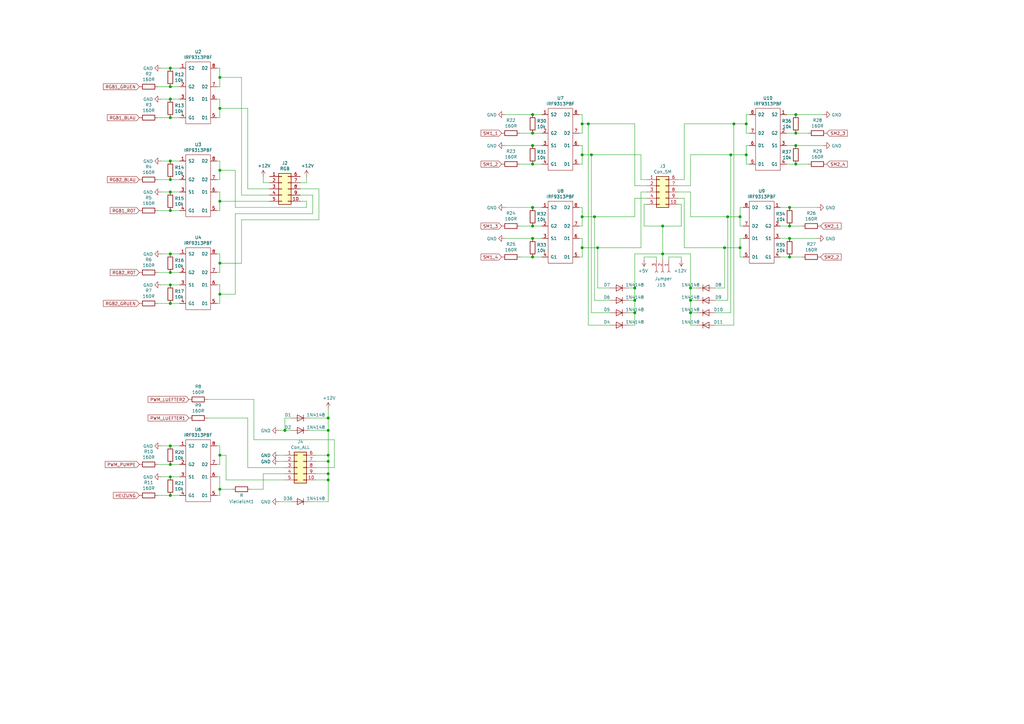
<source format=kicad_sch>
(kicad_sch (version 20210126) (generator eeschema)
  (paper "A3")
  (lib_symbols
    (symbol "SBIO3-rescue:+12V-power" (power) (pin_names (offset 0))
      (property "Value" "+12V-power" (at 0 3.556 0))
      (symbol "+12V-power_0_1"
        (polyline (pts (xy -0.762 1.27) (xy 0 2.54)))
        (polyline (pts (xy 0 0) (xy 0 2.54)))
        (polyline (pts (xy 0 2.54) (xy 0.762 1.27)))
      )
      (symbol "+12V-power_1_1"
        (pin power_in line (at 0 0 90) (length 0) hide (name "+12V") (number "1"))
      )
    )
    (symbol "SBIO3-rescue:+5V-power" (power) (pin_names (offset 0))
      (property "Value" "+5V-power" (at 0 3.556 0))
      (symbol "+5V-power_0_1"
        (polyline (pts (xy -0.762 1.27) (xy 0 2.54)))
        (polyline (pts (xy 0 0) (xy 0 2.54)))
        (polyline (pts (xy 0 2.54) (xy 0.762 1.27)))
      )
      (symbol "+5V-power_1_1"
        (pin power_in line (at 0 0 90) (length 0) hide (name "+5V") (number "1"))
      )
    )
    (symbol "SBIO3-rescue:1N4148-Diode" (pin_numbers hide) (pin_names (offset 1.016) hide)
      (property "Reference" "D" (at 0 2.54 0))
      (property "Value" "1N4148-Diode" (at 0 -2.54 0))
      (symbol "1N4148-Diode_0_1"
        (polyline (pts (xy -1.27 1.27) (xy -1.27 -1.27)) (stroke (width 0.2032)))
        (polyline (pts (xy 1.27 0) (xy -1.27 0)))
        (polyline (pts (xy 1.27 1.27) (xy 1.27 -1.27) (xy -1.27 0) (xy 1.27 1.27)) (stroke (width 0.2032)))
      )
      (symbol "1N4148-Diode_1_1"
        (pin passive line (at -3.81 0 0) (length 2.54) (name "K") (number "1"))
        (pin passive line (at 3.81 0 180) (length 2.54) (name "A") (number "2"))
      )
    )
    (symbol "SBIO3-rescue:Conn_01x03_Female-Connector" (pin_names (offset 1.016) hide)
      (property "Reference" "J" (at 0 5.08 0))
      (property "Value" "Conn_01x03_Female-Connector" (at 0 -5.08 0))
      (symbol "Conn_01x03_Female-Connector_1_1"
        (arc (start 0 -2.032) (end 0 -3.048) (radius (at 0 -2.54) (length 0.508) (angles 90.1 -90.1)) (stroke (width 0.1524)))
        (arc (start 0 0.508) (end 0 -0.508) (radius (at 0 0) (length 0.508) (angles 90.1 -90.1)) (stroke (width 0.1524)))
        (arc (start 0 3.048) (end 0 2.032) (radius (at 0 2.54) (length 0.508) (angles 90.1 -90.1)) (stroke (width 0.1524)))
        (polyline (pts (xy -1.27 -2.54) (xy -0.508 -2.54)) (stroke (width 0.1524)))
        (polyline (pts (xy -1.27 0) (xy -0.508 0)) (stroke (width 0.1524)))
        (polyline (pts (xy -1.27 2.54) (xy -0.508 2.54)) (stroke (width 0.1524)))
        (pin passive line (at -5.08 2.54 0) (length 3.81) (name "Pin_1") (number "1"))
        (pin passive line (at -5.08 0 0) (length 3.81) (name "Pin_2") (number "2"))
        (pin passive line (at -5.08 -2.54 0) (length 3.81) (name "Pin_3") (number "3"))
      )
    )
    (symbol "SBIO3-rescue:Conn_02x05_Top_Bottom-Connector_Generic" (pin_names (offset 1.016) hide)
      (property "Reference" "J" (at 1.27 7.62 0))
      (property "Value" "Conn_02x05_Top_Bottom-Connector_Generic" (at 1.27 -7.62 0))
      (symbol "Conn_02x05_Top_Bottom-Connector_Generic_1_1"
        (rectangle (start -1.27 -4.953) (end 0 -5.207) (stroke (width 0.1524)))
        (rectangle (start -1.27 -2.413) (end 0 -2.667) (stroke (width 0.1524)))
        (rectangle (start -1.27 0.127) (end 0 -0.127) (stroke (width 0.1524)))
        (rectangle (start -1.27 2.667) (end 0 2.413) (stroke (width 0.1524)))
        (rectangle (start -1.27 5.207) (end 0 4.953) (stroke (width 0.1524)))
        (rectangle (start -1.27 6.35) (end 3.81 -6.35) (stroke (width 0.254)) (fill (type background)))
        (rectangle (start 3.81 -4.953) (end 2.54 -5.207) (stroke (width 0.1524)))
        (rectangle (start 3.81 -2.413) (end 2.54 -2.667) (stroke (width 0.1524)))
        (rectangle (start 3.81 0.127) (end 2.54 -0.127) (stroke (width 0.1524)))
        (rectangle (start 3.81 2.667) (end 2.54 2.413) (stroke (width 0.1524)))
        (rectangle (start 3.81 5.207) (end 2.54 4.953) (stroke (width 0.1524)))
        (pin passive line (at -5.08 5.08 0) (length 3.81) (name "Pin_1") (number "1"))
        (pin passive line (at 7.62 -5.08 180) (length 3.81) (name "Pin_10") (number "10"))
        (pin passive line (at -5.08 2.54 0) (length 3.81) (name "Pin_2") (number "2"))
        (pin passive line (at -5.08 0 0) (length 3.81) (name "Pin_3") (number "3"))
        (pin passive line (at -5.08 -2.54 0) (length 3.81) (name "Pin_4") (number "4"))
        (pin passive line (at -5.08 -5.08 0) (length 3.81) (name "Pin_5") (number "5"))
        (pin passive line (at 7.62 5.08 180) (length 3.81) (name "Pin_6") (number "6"))
        (pin passive line (at 7.62 2.54 180) (length 3.81) (name "Pin_7") (number "7"))
        (pin passive line (at 7.62 0 180) (length 3.81) (name "Pin_8") (number "8"))
        (pin passive line (at 7.62 -2.54 180) (length 3.81) (name "Pin_9") (number "9"))
      )
    )
    (symbol "SBIO3-rescue:GND-power" (power) (pin_names (offset 0))
      (property "Value" "GND-power" (at 0 -3.81 0))
      (symbol "GND-power_0_1"
        (polyline (pts (xy 0 0) (xy 0 -1.27) (xy 1.27 -1.27) (xy 0 -2.54) (xy -1.27 -1.27) (xy 0 -1.27)))
      )
      (symbol "GND-power_1_1"
        (pin power_in line (at 0 0 270) (length 0) hide (name "GND") (number "1"))
      )
    )
    (symbol "SBIO3-rescue:IRF9313PBF-N-Channel" (pin_names (offset 1.016))
      (property "Reference" "U" (at -7.62 16.51 0))
      (property "Value" "IRF9313PBF-N-Channel" (at -7.62 13.97 0))
      (symbol "IRF9313PBF-N-Channel_0_1"
        (rectangle (start -12.7 12.7) (end -2.54 -12.7))
      )
      (symbol "IRF9313PBF-N-Channel_1_1"
        (pin bidirectional line (at -15.24 10.16 0) (length 2.54) (name "S2") (number "1"))
        (pin bidirectional line (at -15.24 2.54 0) (length 2.54) (name "G2") (number "2"))
        (pin bidirectional line (at -15.24 -2.54 0) (length 2.54) (name "S1") (number "3"))
        (pin bidirectional line (at -15.24 -10.16 0) (length 2.54) (name "G1") (number "4"))
        (pin bidirectional line (at 0 -10.16 180) (length 2.54) (name "D1") (number "5"))
        (pin bidirectional line (at 0 -2.54 180) (length 2.54) (name "D1") (number "6"))
        (pin bidirectional line (at 0 2.54 180) (length 2.54) (name "D2") (number "7"))
        (pin bidirectional line (at 0 10.16 180) (length 2.54) (name "D2") (number "8"))
      )
    )
    (symbol "SBIO3-rescue:R-Device" (pin_numbers hide) (pin_names (offset 0))
      (property "Reference" "R" (at 2.032 0 90))
      (property "Value" "R-Device" (at 0 0 90))
      (symbol "R-Device_0_1"
        (rectangle (start -1.016 -2.54) (end 1.016 2.54) (stroke (width 0.254)))
      )
      (symbol "R-Device_1_1"
        (pin passive line (at 0 3.81 270) (length 1.27) (name "~") (number "1"))
        (pin passive line (at 0 -3.81 90) (length 1.27) (name "~") (number "2"))
      )
    )
  )
  (junction (at 69.85 27.94) (diameter 1.016))
  (junction (at 69.85 35.56) (diameter 1.016))
  (junction (at 69.85 40.64) (diameter 1.016))
  (junction (at 69.85 48.26) (diameter 1.016))
  (junction (at 69.85 66.04) (diameter 1.016))
  (junction (at 69.85 73.66) (diameter 1.016))
  (junction (at 69.85 78.74) (diameter 1.016))
  (junction (at 69.85 86.36) (diameter 1.016))
  (junction (at 69.85 104.14) (diameter 1.016))
  (junction (at 69.85 111.76) (diameter 1.016))
  (junction (at 69.85 116.84) (diameter 1.016))
  (junction (at 69.85 124.46) (diameter 1.016))
  (junction (at 69.85 182.88) (diameter 1.016))
  (junction (at 69.85 190.5) (diameter 1.016))
  (junction (at 69.85 195.58) (diameter 1.016))
  (junction (at 69.85 203.2) (diameter 1.016))
  (junction (at 90.17 31.75) (diameter 1.016))
  (junction (at 90.17 44.45) (diameter 1.016))
  (junction (at 90.17 69.85) (diameter 1.016))
  (junction (at 90.17 82.55) (diameter 1.016))
  (junction (at 90.17 107.95) (diameter 1.016))
  (junction (at 90.17 120.65) (diameter 1.016))
  (junction (at 90.17 186.69) (diameter 1.016))
  (junction (at 90.17 200.66) (diameter 1.016))
  (junction (at 116.84 176.53) (diameter 1.016))
  (junction (at 134.62 171.45) (diameter 1.016))
  (junction (at 134.62 176.53) (diameter 1.016))
  (junction (at 134.62 186.69) (diameter 1.016))
  (junction (at 134.62 189.23) (diameter 1.016))
  (junction (at 134.62 194.31) (diameter 1.016))
  (junction (at 134.62 196.85) (diameter 1.016))
  (junction (at 218.44 46.99) (diameter 1.016))
  (junction (at 218.44 54.61) (diameter 1.016))
  (junction (at 218.44 59.69) (diameter 1.016))
  (junction (at 218.44 67.31) (diameter 1.016))
  (junction (at 218.44 85.09) (diameter 1.016))
  (junction (at 218.44 92.71) (diameter 1.016))
  (junction (at 218.44 97.79) (diameter 1.016))
  (junction (at 218.44 105.41) (diameter 1.016))
  (junction (at 238.76 50.8) (diameter 1.016))
  (junction (at 238.76 63.5) (diameter 1.016))
  (junction (at 238.76 88.9) (diameter 1.016))
  (junction (at 238.76 101.6) (diameter 1.016))
  (junction (at 241.3 50.8) (diameter 1.016))
  (junction (at 242.57 63.5) (diameter 1.016))
  (junction (at 243.84 88.9) (diameter 1.016))
  (junction (at 245.11 101.6) (diameter 1.016))
  (junction (at 260.35 118.11) (diameter 1.016))
  (junction (at 260.35 123.19) (diameter 1.016))
  (junction (at 260.35 128.27) (diameter 1.016))
  (junction (at 271.78 92.71) (diameter 1.016))
  (junction (at 271.78 104.14) (diameter 1.016))
  (junction (at 283.21 118.11) (diameter 1.016))
  (junction (at 283.21 123.19) (diameter 1.016))
  (junction (at 283.21 128.27) (diameter 1.016))
  (junction (at 297.18 101.6) (diameter 1.016))
  (junction (at 298.45 88.9) (diameter 1.016))
  (junction (at 299.72 63.5) (diameter 1.016))
  (junction (at 300.99 50.8) (diameter 1.016))
  (junction (at 303.53 88.9) (diameter 1.016))
  (junction (at 303.53 101.6) (diameter 1.016))
  (junction (at 306.07 50.8) (diameter 1.016))
  (junction (at 306.07 63.5) (diameter 1.016))
  (junction (at 323.85 85.09) (diameter 1.016))
  (junction (at 323.85 92.71) (diameter 1.016))
  (junction (at 323.85 97.79) (diameter 1.016))
  (junction (at 323.85 105.41) (diameter 1.016))
  (junction (at 326.39 46.99) (diameter 1.016))
  (junction (at 326.39 54.61) (diameter 1.016))
  (junction (at 326.39 59.69) (diameter 1.016))
  (junction (at 326.39 67.31) (diameter 1.016))
  (wire (pts (xy 64.77 35.56) (xy 69.85 35.56)))
  (wire (pts (xy 64.77 48.26) (xy 69.85 48.26)))
  (wire (pts (xy 64.77 73.66) (xy 69.85 73.66)))
  (wire (pts (xy 64.77 86.36) (xy 69.85 86.36)))
  (wire (pts (xy 64.77 111.76) (xy 69.85 111.76)))
  (wire (pts (xy 64.77 124.46) (xy 69.85 124.46)))
  (wire (pts (xy 64.77 190.5) (xy 69.85 190.5)))
  (wire (pts (xy 64.77 203.2) (xy 69.85 203.2)))
  (wire (pts (xy 66.04 27.94) (xy 69.85 27.94)))
  (wire (pts (xy 66.04 40.64) (xy 69.85 40.64)))
  (wire (pts (xy 66.04 66.04) (xy 69.85 66.04)))
  (wire (pts (xy 66.04 78.74) (xy 69.85 78.74)))
  (wire (pts (xy 66.04 104.14) (xy 69.85 104.14)))
  (wire (pts (xy 66.04 116.84) (xy 69.85 116.84)))
  (wire (pts (xy 66.04 182.88) (xy 69.85 182.88)))
  (wire (pts (xy 66.04 195.58) (xy 69.85 195.58)))
  (wire (pts (xy 69.85 27.94) (xy 73.66 27.94)))
  (wire (pts (xy 69.85 35.56) (xy 73.66 35.56)))
  (wire (pts (xy 69.85 66.04) (xy 73.66 66.04)))
  (wire (pts (xy 69.85 73.66) (xy 73.66 73.66)))
  (wire (pts (xy 69.85 104.14) (xy 73.66 104.14)))
  (wire (pts (xy 69.85 111.76) (xy 73.66 111.76)))
  (wire (pts (xy 69.85 182.88) (xy 73.66 182.88)))
  (wire (pts (xy 69.85 190.5) (xy 73.66 190.5)))
  (wire (pts (xy 73.66 40.64) (xy 69.85 40.64)))
  (wire (pts (xy 73.66 48.26) (xy 69.85 48.26)))
  (wire (pts (xy 73.66 78.74) (xy 69.85 78.74)))
  (wire (pts (xy 73.66 86.36) (xy 69.85 86.36)))
  (wire (pts (xy 73.66 116.84) (xy 69.85 116.84)))
  (wire (pts (xy 73.66 124.46) (xy 69.85 124.46)))
  (wire (pts (xy 73.66 195.58) (xy 69.85 195.58)))
  (wire (pts (xy 73.66 203.2) (xy 69.85 203.2)))
  (wire (pts (xy 85.09 163.83) (xy 104.14 163.83)))
  (wire (pts (xy 85.09 171.45) (xy 101.6 171.45)))
  (wire (pts (xy 88.9 27.94) (xy 90.17 27.94)))
  (wire (pts (xy 88.9 40.64) (xy 90.17 40.64)))
  (wire (pts (xy 88.9 66.04) (xy 90.17 66.04)))
  (wire (pts (xy 88.9 78.74) (xy 90.17 78.74)))
  (wire (pts (xy 88.9 104.14) (xy 90.17 104.14)))
  (wire (pts (xy 88.9 116.84) (xy 90.17 116.84)))
  (wire (pts (xy 88.9 182.88) (xy 90.17 182.88)))
  (wire (pts (xy 88.9 195.58) (xy 90.17 195.58)))
  (wire (pts (xy 90.17 27.94) (xy 90.17 31.75)))
  (wire (pts (xy 90.17 31.75) (xy 90.17 35.56)))
  (wire (pts (xy 90.17 31.75) (xy 99.06 31.75)))
  (wire (pts (xy 90.17 35.56) (xy 88.9 35.56)))
  (wire (pts (xy 90.17 40.64) (xy 90.17 44.45)))
  (wire (pts (xy 90.17 44.45) (xy 90.17 48.26)))
  (wire (pts (xy 90.17 44.45) (xy 101.6 44.45)))
  (wire (pts (xy 90.17 48.26) (xy 88.9 48.26)))
  (wire (pts (xy 90.17 66.04) (xy 90.17 69.85)))
  (wire (pts (xy 90.17 69.85) (xy 90.17 73.66)))
  (wire (pts (xy 90.17 69.85) (xy 96.52 69.85)))
  (wire (pts (xy 90.17 73.66) (xy 88.9 73.66)))
  (wire (pts (xy 90.17 78.74) (xy 90.17 82.55)))
  (wire (pts (xy 90.17 82.55) (xy 90.17 86.36)))
  (wire (pts (xy 90.17 82.55) (xy 110.49 82.55)))
  (wire (pts (xy 90.17 86.36) (xy 88.9 86.36)))
  (wire (pts (xy 90.17 104.14) (xy 90.17 107.95)))
  (wire (pts (xy 90.17 107.95) (xy 90.17 111.76)))
  (wire (pts (xy 90.17 107.95) (xy 99.06 107.95)))
  (wire (pts (xy 90.17 111.76) (xy 88.9 111.76)))
  (wire (pts (xy 90.17 116.84) (xy 90.17 120.65)))
  (wire (pts (xy 90.17 120.65) (xy 90.17 124.46)))
  (wire (pts (xy 90.17 120.65) (xy 96.52 120.65)))
  (wire (pts (xy 90.17 124.46) (xy 88.9 124.46)))
  (wire (pts (xy 90.17 182.88) (xy 90.17 186.69)))
  (wire (pts (xy 90.17 186.69) (xy 90.17 190.5)))
  (wire (pts (xy 90.17 186.69) (xy 92.71 186.69)))
  (wire (pts (xy 90.17 190.5) (xy 88.9 190.5)))
  (wire (pts (xy 90.17 195.58) (xy 90.17 200.66)))
  (wire (pts (xy 90.17 200.66) (xy 90.17 203.2)))
  (wire (pts (xy 90.17 203.2) (xy 88.9 203.2)))
  (wire (pts (xy 92.71 196.85) (xy 92.71 186.69)))
  (wire (pts (xy 92.71 196.85) (xy 116.84 196.85)))
  (wire (pts (xy 95.25 200.66) (xy 90.17 200.66)))
  (wire (pts (xy 96.52 69.85) (xy 96.52 85.09)))
  (wire (pts (xy 96.52 85.09) (xy 125.73 85.09)))
  (wire (pts (xy 96.52 87.63) (xy 96.52 120.65)))
  (wire (pts (xy 96.52 87.63) (xy 128.27 87.63)))
  (wire (pts (xy 99.06 31.75) (xy 99.06 80.01)))
  (wire (pts (xy 99.06 80.01) (xy 110.49 80.01)))
  (wire (pts (xy 99.06 90.17) (xy 130.81 90.17)))
  (wire (pts (xy 99.06 107.95) (xy 99.06 90.17)))
  (wire (pts (xy 101.6 44.45) (xy 101.6 77.47)))
  (wire (pts (xy 101.6 77.47) (xy 110.49 77.47)))
  (wire (pts (xy 101.6 171.45) (xy 101.6 191.77)))
  (wire (pts (xy 101.6 191.77) (xy 116.84 191.77)))
  (wire (pts (xy 104.14 163.83) (xy 104.14 180.34)))
  (wire (pts (xy 104.14 180.34) (xy 137.16 180.34)))
  (wire (pts (xy 107.95 72.39) (xy 107.95 74.93)))
  (wire (pts (xy 107.95 74.93) (xy 110.49 74.93)))
  (wire (pts (xy 107.95 194.31) (xy 107.95 200.66)))
  (wire (pts (xy 107.95 194.31) (xy 116.84 194.31)))
  (wire (pts (xy 107.95 200.66) (xy 102.87 200.66)))
  (wire (pts (xy 116.84 171.45) (xy 116.84 176.53)))
  (wire (pts (xy 116.84 176.53) (xy 114.3 176.53)))
  (wire (pts (xy 116.84 186.69) (xy 114.3 186.69)))
  (wire (pts (xy 116.84 189.23) (xy 114.3 189.23)))
  (wire (pts (xy 119.38 171.45) (xy 116.84 171.45)))
  (wire (pts (xy 119.38 176.53) (xy 116.84 176.53)))
  (wire (pts (xy 119.38 205.74) (xy 114.3 205.74)))
  (wire (pts (xy 125.73 72.39) (xy 125.73 74.93)))
  (wire (pts (xy 125.73 74.93) (xy 123.19 74.93)))
  (wire (pts (xy 125.73 82.55) (xy 123.19 82.55)))
  (wire (pts (xy 125.73 85.09) (xy 125.73 82.55)))
  (wire (pts (xy 127 171.45) (xy 134.62 171.45)))
  (wire (pts (xy 128.27 80.01) (xy 123.19 80.01)))
  (wire (pts (xy 128.27 87.63) (xy 128.27 80.01)))
  (wire (pts (xy 129.54 186.69) (xy 134.62 186.69)))
  (wire (pts (xy 129.54 189.23) (xy 134.62 189.23)))
  (wire (pts (xy 129.54 194.31) (xy 134.62 194.31)))
  (wire (pts (xy 129.54 196.85) (xy 134.62 196.85)))
  (wire (pts (xy 130.81 77.47) (xy 123.19 77.47)))
  (wire (pts (xy 130.81 90.17) (xy 130.81 77.47)))
  (wire (pts (xy 134.62 167.64) (xy 134.62 171.45)))
  (wire (pts (xy 134.62 171.45) (xy 134.62 176.53)))
  (wire (pts (xy 134.62 176.53) (xy 127 176.53)))
  (wire (pts (xy 134.62 176.53) (xy 134.62 186.69)))
  (wire (pts (xy 134.62 186.69) (xy 134.62 189.23)))
  (wire (pts (xy 134.62 189.23) (xy 134.62 194.31)))
  (wire (pts (xy 134.62 194.31) (xy 134.62 196.85)))
  (wire (pts (xy 134.62 196.85) (xy 134.62 205.74)))
  (wire (pts (xy 134.62 205.74) (xy 127 205.74)))
  (wire (pts (xy 137.16 180.34) (xy 137.16 191.77)))
  (wire (pts (xy 137.16 191.77) (xy 129.54 191.77)))
  (wire (pts (xy 207.01 46.99) (xy 218.44 46.99)))
  (wire (pts (xy 207.01 59.69) (xy 218.44 59.69)))
  (wire (pts (xy 207.01 85.09) (xy 218.44 85.09)))
  (wire (pts (xy 207.01 97.79) (xy 218.44 97.79)))
  (wire (pts (xy 213.36 54.61) (xy 218.44 54.61)))
  (wire (pts (xy 213.36 67.31) (xy 218.44 67.31)))
  (wire (pts (xy 213.36 92.71) (xy 218.44 92.71)))
  (wire (pts (xy 213.36 105.41) (xy 218.44 105.41)))
  (wire (pts (xy 218.44 46.99) (xy 222.25 46.99)))
  (wire (pts (xy 218.44 54.61) (xy 222.25 54.61)))
  (wire (pts (xy 218.44 59.69) (xy 222.25 59.69)))
  (wire (pts (xy 218.44 85.09) (xy 222.25 85.09)))
  (wire (pts (xy 218.44 92.71) (xy 222.25 92.71)))
  (wire (pts (xy 218.44 97.79) (xy 222.25 97.79)))
  (wire (pts (xy 222.25 67.31) (xy 218.44 67.31)))
  (wire (pts (xy 222.25 105.41) (xy 218.44 105.41)))
  (wire (pts (xy 237.49 46.99) (xy 238.76 46.99)))
  (wire (pts (xy 237.49 59.69) (xy 238.76 59.69)))
  (wire (pts (xy 237.49 85.09) (xy 238.76 85.09)))
  (wire (pts (xy 237.49 97.79) (xy 238.76 97.79)))
  (wire (pts (xy 238.76 46.99) (xy 238.76 50.8)))
  (wire (pts (xy 238.76 50.8) (xy 238.76 54.61)))
  (wire (pts (xy 238.76 54.61) (xy 237.49 54.61)))
  (wire (pts (xy 238.76 59.69) (xy 238.76 63.5)))
  (wire (pts (xy 238.76 63.5) (xy 238.76 67.31)))
  (wire (pts (xy 238.76 67.31) (xy 237.49 67.31)))
  (wire (pts (xy 238.76 85.09) (xy 238.76 88.9)))
  (wire (pts (xy 238.76 88.9) (xy 238.76 92.71)))
  (wire (pts (xy 238.76 92.71) (xy 237.49 92.71)))
  (wire (pts (xy 238.76 97.79) (xy 238.76 101.6)))
  (wire (pts (xy 238.76 101.6) (xy 238.76 105.41)))
  (wire (pts (xy 238.76 105.41) (xy 237.49 105.41)))
  (wire (pts (xy 241.3 50.8) (xy 238.76 50.8)))
  (wire (pts (xy 241.3 50.8) (xy 241.3 133.35)))
  (wire (pts (xy 241.3 133.35) (xy 250.19 133.35)))
  (wire (pts (xy 242.57 63.5) (xy 238.76 63.5)))
  (wire (pts (xy 242.57 63.5) (xy 242.57 128.27)))
  (wire (pts (xy 242.57 63.5) (xy 262.89 63.5)))
  (wire (pts (xy 242.57 128.27) (xy 250.19 128.27)))
  (wire (pts (xy 243.84 88.9) (xy 238.76 88.9)))
  (wire (pts (xy 243.84 88.9) (xy 243.84 123.19)))
  (wire (pts (xy 243.84 123.19) (xy 250.19 123.19)))
  (wire (pts (xy 245.11 101.6) (xy 238.76 101.6)))
  (wire (pts (xy 245.11 101.6) (xy 245.11 118.11)))
  (wire (pts (xy 245.11 118.11) (xy 250.19 118.11)))
  (wire (pts (xy 257.81 118.11) (xy 260.35 118.11)))
  (wire (pts (xy 257.81 123.19) (xy 260.35 123.19)))
  (wire (pts (xy 257.81 128.27) (xy 260.35 128.27)))
  (wire (pts (xy 257.81 133.35) (xy 260.35 133.35)))
  (wire (pts (xy 260.35 50.8) (xy 241.3 50.8)))
  (wire (pts (xy 260.35 50.8) (xy 260.35 76.2)))
  (wire (pts (xy 260.35 76.2) (xy 265.43 76.2)))
  (wire (pts (xy 260.35 81.28) (xy 265.43 81.28)))
  (wire (pts (xy 260.35 88.9) (xy 243.84 88.9)))
  (wire (pts (xy 260.35 88.9) (xy 260.35 81.28)))
  (wire (pts (xy 260.35 104.14) (xy 271.78 104.14)))
  (wire (pts (xy 260.35 118.11) (xy 260.35 104.14)))
  (wire (pts (xy 260.35 123.19) (xy 260.35 118.11)))
  (wire (pts (xy 260.35 128.27) (xy 260.35 123.19)))
  (wire (pts (xy 260.35 133.35) (xy 260.35 128.27)))
  (wire (pts (xy 262.89 63.5) (xy 262.89 73.66)))
  (wire (pts (xy 262.89 73.66) (xy 265.43 73.66)))
  (wire (pts (xy 262.89 78.74) (xy 265.43 78.74)))
  (wire (pts (xy 262.89 101.6) (xy 245.11 101.6)))
  (wire (pts (xy 262.89 101.6) (xy 262.89 78.74)))
  (wire (pts (xy 264.16 83.82) (xy 264.16 92.71)))
  (wire (pts (xy 264.16 92.71) (xy 271.78 92.71)))
  (wire (pts (xy 264.16 105.41) (xy 269.24 105.41)))
  (wire (pts (xy 264.16 106.68) (xy 264.16 105.41)))
  (wire (pts (xy 265.43 83.82) (xy 264.16 83.82)))
  (wire (pts (xy 269.24 105.41) (xy 269.24 106.68)))
  (wire (pts (xy 271.78 104.14) (xy 271.78 92.71)))
  (wire (pts (xy 271.78 104.14) (xy 283.21 104.14)))
  (wire (pts (xy 271.78 106.68) (xy 271.78 104.14)))
  (wire (pts (xy 274.32 105.41) (xy 274.32 106.68)))
  (wire (pts (xy 274.32 105.41) (xy 279.4 105.41)))
  (wire (pts (xy 278.13 73.66) (xy 280.67 73.66)))
  (wire (pts (xy 278.13 76.2) (xy 283.21 76.2)))
  (wire (pts (xy 278.13 78.74) (xy 283.21 78.74)))
  (wire (pts (xy 278.13 81.28) (xy 280.67 81.28)))
  (wire (pts (xy 278.13 83.82) (xy 279.4 83.82)))
  (wire (pts (xy 279.4 83.82) (xy 279.4 92.71)))
  (wire (pts (xy 279.4 92.71) (xy 271.78 92.71)))
  (wire (pts (xy 279.4 106.68) (xy 279.4 105.41)))
  (wire (pts (xy 280.67 50.8) (xy 300.99 50.8)))
  (wire (pts (xy 280.67 73.66) (xy 280.67 50.8)))
  (wire (pts (xy 280.67 81.28) (xy 280.67 101.6)))
  (wire (pts (xy 280.67 101.6) (xy 297.18 101.6)))
  (wire (pts (xy 283.21 63.5) (xy 299.72 63.5)))
  (wire (pts (xy 283.21 76.2) (xy 283.21 63.5)))
  (wire (pts (xy 283.21 78.74) (xy 283.21 88.9)))
  (wire (pts (xy 283.21 88.9) (xy 298.45 88.9)))
  (wire (pts (xy 283.21 104.14) (xy 283.21 118.11)))
  (wire (pts (xy 283.21 118.11) (xy 283.21 123.19)))
  (wire (pts (xy 283.21 123.19) (xy 283.21 128.27)))
  (wire (pts (xy 283.21 128.27) (xy 283.21 133.35)))
  (wire (pts (xy 285.75 118.11) (xy 283.21 118.11)))
  (wire (pts (xy 285.75 123.19) (xy 283.21 123.19)))
  (wire (pts (xy 285.75 128.27) (xy 283.21 128.27)))
  (wire (pts (xy 285.75 133.35) (xy 283.21 133.35)))
  (wire (pts (xy 293.37 128.27) (xy 299.72 128.27)))
  (wire (pts (xy 293.37 133.35) (xy 300.99 133.35)))
  (wire (pts (xy 297.18 101.6) (xy 297.18 118.11)))
  (wire (pts (xy 297.18 101.6) (xy 303.53 101.6)))
  (wire (pts (xy 297.18 118.11) (xy 293.37 118.11)))
  (wire (pts (xy 298.45 88.9) (xy 298.45 123.19)))
  (wire (pts (xy 298.45 88.9) (xy 303.53 88.9)))
  (wire (pts (xy 298.45 123.19) (xy 293.37 123.19)))
  (wire (pts (xy 299.72 63.5) (xy 299.72 128.27)))
  (wire (pts (xy 299.72 63.5) (xy 306.07 63.5)))
  (wire (pts (xy 300.99 50.8) (xy 300.99 133.35)))
  (wire (pts (xy 300.99 50.8) (xy 306.07 50.8)))
  (wire (pts (xy 303.53 85.09) (xy 303.53 88.9)))
  (wire (pts (xy 303.53 88.9) (xy 303.53 92.71)))
  (wire (pts (xy 303.53 92.71) (xy 304.8 92.71)))
  (wire (pts (xy 303.53 97.79) (xy 303.53 101.6)))
  (wire (pts (xy 303.53 101.6) (xy 303.53 105.41)))
  (wire (pts (xy 303.53 105.41) (xy 304.8 105.41)))
  (wire (pts (xy 304.8 85.09) (xy 303.53 85.09)))
  (wire (pts (xy 304.8 97.79) (xy 303.53 97.79)))
  (wire (pts (xy 306.07 46.99) (xy 306.07 50.8)))
  (wire (pts (xy 306.07 50.8) (xy 306.07 54.61)))
  (wire (pts (xy 306.07 54.61) (xy 307.34 54.61)))
  (wire (pts (xy 306.07 59.69) (xy 306.07 63.5)))
  (wire (pts (xy 306.07 63.5) (xy 306.07 67.31)))
  (wire (pts (xy 306.07 67.31) (xy 307.34 67.31)))
  (wire (pts (xy 307.34 46.99) (xy 306.07 46.99)))
  (wire (pts (xy 307.34 59.69) (xy 306.07 59.69)))
  (wire (pts (xy 320.04 105.41) (xy 323.85 105.41)))
  (wire (pts (xy 322.58 67.31) (xy 326.39 67.31)))
  (wire (pts (xy 323.85 85.09) (xy 320.04 85.09)))
  (wire (pts (xy 323.85 92.71) (xy 320.04 92.71)))
  (wire (pts (xy 323.85 97.79) (xy 320.04 97.79)))
  (wire (pts (xy 326.39 46.99) (xy 322.58 46.99)))
  (wire (pts (xy 326.39 54.61) (xy 322.58 54.61)))
  (wire (pts (xy 326.39 59.69) (xy 322.58 59.69)))
  (wire (pts (xy 328.93 92.71) (xy 323.85 92.71)))
  (wire (pts (xy 328.93 105.41) (xy 323.85 105.41)))
  (wire (pts (xy 331.47 54.61) (xy 326.39 54.61)))
  (wire (pts (xy 331.47 67.31) (xy 326.39 67.31)))
  (wire (pts (xy 335.28 85.09) (xy 323.85 85.09)))
  (wire (pts (xy 335.28 97.79) (xy 323.85 97.79)))
  (wire (pts (xy 337.82 46.99) (xy 326.39 46.99)))
  (wire (pts (xy 337.82 59.69) (xy 326.39 59.69)))
  (global_label "RGB1_GRUEN" (shape input) (at 57.15 35.56 180) (property "Intersheet References" "${INTERSHEET_REFS}" (effects hide)))
  (global_label "RGB1_BLAU" (shape input) (at 57.15 48.26 180) (property "Intersheet References" "${INTERSHEET_REFS}" (effects hide)))
  (global_label "RGB2_BLAU" (shape input) (at 57.15 73.66 180) (property "Intersheet References" "${INTERSHEET_REFS}" (effects hide)))
  (global_label "RGB1_ROT" (shape input) (at 57.15 86.36 180) (property "Intersheet References" "${INTERSHEET_REFS}" (effects hide)))
  (global_label "RGB2_ROT" (shape input) (at 57.15 111.76 180) (property "Intersheet References" "${INTERSHEET_REFS}" (effects hide)))
  (global_label "RGB2_GRUEN" (shape input) (at 57.15 124.46 180) (property "Intersheet References" "${INTERSHEET_REFS}" (effects hide)))
  (global_label "PWM_PUMPE" (shape input) (at 57.15 190.5 180) (property "Intersheet References" "${INTERSHEET_REFS}" (effects hide)))
  (global_label "HEIZUNG" (shape input) (at 57.15 203.2 180) (property "Intersheet References" "${INTERSHEET_REFS}" (effects hide)))
  (global_label "PWM_LUEFTER2" (shape input) (at 77.47 163.83 180) (property "Intersheet References" "${INTERSHEET_REFS}" (effects hide)))
  (global_label "PWM_LUEFTER1" (shape input) (at 77.47 171.45 180) (property "Intersheet References" "${INTERSHEET_REFS}" (effects hide)))
  (global_label "SM1_1" (shape input) (at 205.74 54.61 180) (property "Intersheet References" "${INTERSHEET_REFS}" (effects hide)))
  (global_label "SM1_2" (shape input) (at 205.74 67.31 180) (property "Intersheet References" "${INTERSHEET_REFS}" (effects hide)))
  (global_label "SM1_3" (shape input) (at 205.74 92.71 180) (property "Intersheet References" "${INTERSHEET_REFS}" (effects hide)))
  (global_label "SM1_4" (shape input) (at 205.74 105.41 180) (property "Intersheet References" "${INTERSHEET_REFS}" (effects hide)))
  (global_label "SM2_1" (shape input) (at 336.55 92.71 0) (property "Intersheet References" "${INTERSHEET_REFS}" (effects hide)))
  (global_label "SM2_2" (shape input) (at 336.55 105.41 0) (property "Intersheet References" "${INTERSHEET_REFS}" (effects hide)))
  (global_label "SM2_3" (shape input) (at 339.09 54.61 0) (property "Intersheet References" "${INTERSHEET_REFS}" (effects hide)))
  (global_label "SM2_4" (shape input) (at 339.09 67.31 0) (property "Intersheet References" "${INTERSHEET_REFS}" (effects hide)))
  (symbol (lib_id "SBIO3-rescue:+12V-power") (at 107.95 72.39 0) (unit 1)
    (property "Reference" "#PWR0133" (effects hide))
    (property "Value" "+12V" (at 108.331 67.9958 0))
  )
  (symbol (lib_id "SBIO3-rescue:+12V-power") (at 125.73 72.39 0) (unit 1)
    (property "Reference" "#PWR0132" (effects hide))
    (property "Value" "+12V" (at 126.111 67.9958 0))
  )
  (symbol (lib_id "SBIO3-rescue:+12V-power") (at 134.62 167.64 0) (unit 1)
    (property "Reference" "#PWR0127" (effects hide))
    (property "Value" "+12V" (at 135.001 163.2458 0))
  )
  (symbol (lib_id "SBIO3-rescue:+5V-power") (at 264.16 106.68 180) (unit 1)
    (property "Reference" "#PWR0119" (effects hide))
    (property "Value" "+5V" (at 263.779 111.0742 0))
  )
  (symbol (lib_id "SBIO3-rescue:+12V-power") (at 279.4 106.68 180) (unit 1)
    (property "Reference" "#PWR0130" (effects hide))
    (property "Value" "+12V" (at 279.019 111.0742 0))
  )
  (symbol (lib_id "SBIO3-rescue:GND-power") (at 66.04 27.94 270) (unit 1)
    (property "Reference" "#PWR0120" (effects hide))
    (property "Value" "GND" (at 62.7888 28.067 90) (effects (justify right)))
  )
  (symbol (lib_id "SBIO3-rescue:GND-power") (at 66.04 40.64 270) (unit 1)
    (property "Reference" "#PWR0121" (effects hide))
    (property "Value" "GND" (at 62.7888 40.767 90) (effects (justify right)))
  )
  (symbol (lib_id "SBIO3-rescue:GND-power") (at 66.04 66.04 270) (unit 1)
    (property "Reference" "#PWR0122" (effects hide))
    (property "Value" "GND" (at 62.7888 66.167 90) (effects (justify right)))
  )
  (symbol (lib_id "SBIO3-rescue:GND-power") (at 66.04 78.74 270) (unit 1)
    (property "Reference" "#PWR0123" (effects hide))
    (property "Value" "GND" (at 62.7888 78.867 90) (effects (justify right)))
  )
  (symbol (lib_id "SBIO3-rescue:GND-power") (at 66.04 104.14 270) (unit 1)
    (property "Reference" "#PWR0124" (effects hide))
    (property "Value" "GND" (at 62.7888 104.267 90) (effects (justify right)))
  )
  (symbol (lib_id "SBIO3-rescue:GND-power") (at 66.04 116.84 270) (unit 1)
    (property "Reference" "#PWR0125" (effects hide))
    (property "Value" "GND" (at 62.7888 116.967 90) (effects (justify right)))
  )
  (symbol (lib_id "SBIO3-rescue:GND-power") (at 66.04 182.88 270) (unit 1)
    (property "Reference" "#PWR0128" (effects hide))
    (property "Value" "GND" (at 62.7888 183.007 90) (effects (justify right)))
  )
  (symbol (lib_id "SBIO3-rescue:GND-power") (at 66.04 195.58 270) (unit 1)
    (property "Reference" "#PWR0129" (effects hide))
    (property "Value" "GND" (at 62.7888 195.707 90) (effects (justify right)))
  )
  (symbol (lib_id "SBIO3-rescue:GND-power") (at 114.3 176.53 270) (unit 1)
    (property "Reference" "#PWR0134" (effects hide))
    (property "Value" "GND" (at 111.0488 176.657 90) (effects (justify right)))
  )
  (symbol (lib_id "SBIO3-rescue:GND-power") (at 114.3 186.69 270) (unit 1)
    (property "Reference" "#PWR0126" (effects hide))
    (property "Value" "GND" (at 111.0488 186.817 90) (effects (justify right)))
  )
  (symbol (lib_id "SBIO3-rescue:GND-power") (at 114.3 189.23 270) (unit 1)
    (property "Reference" "#PWR0131" (effects hide))
    (property "Value" "GND" (at 111.0488 189.357 90) (effects (justify right)))
  )
  (symbol (lib_id "SBIO3-rescue:GND-power") (at 114.3 205.74 270) (unit 1)
    (property "Reference" "#PWR0135" (effects hide))
    (property "Value" "GND" (at 111.0488 205.867 90) (effects (justify right)))
  )
  (symbol (lib_id "SBIO3-rescue:GND-power") (at 207.01 46.99 270) (unit 1)
    (property "Reference" "#PWR0118" (effects hide))
    (property "Value" "GND" (at 203.7588 47.117 90) (effects (justify right)))
  )
  (symbol (lib_id "SBIO3-rescue:GND-power") (at 207.01 59.69 270) (unit 1)
    (property "Reference" "#PWR0117" (effects hide))
    (property "Value" "GND" (at 203.7588 59.817 90) (effects (justify right)))
  )
  (symbol (lib_id "SBIO3-rescue:GND-power") (at 207.01 85.09 270) (unit 1)
    (property "Reference" "#PWR0116" (effects hide))
    (property "Value" "GND" (at 203.7588 85.217 90) (effects (justify right)))
  )
  (symbol (lib_id "SBIO3-rescue:GND-power") (at 207.01 97.79 270) (unit 1)
    (property "Reference" "#PWR0115" (effects hide))
    (property "Value" "GND" (at 203.7588 97.917 90) (effects (justify right)))
  )
  (symbol (lib_id "SBIO3-rescue:GND-power") (at 335.28 85.09 90) (mirror x) (unit 1)
    (property "Reference" "#PWR0114" (effects hide))
    (property "Value" "GND" (at 338.5312 85.217 90) (effects (justify right)))
  )
  (symbol (lib_id "SBIO3-rescue:GND-power") (at 335.28 97.79 90) (mirror x) (unit 1)
    (property "Reference" "#PWR0113" (effects hide))
    (property "Value" "GND" (at 338.5312 97.917 90) (effects (justify right)))
  )
  (symbol (lib_id "SBIO3-rescue:GND-power") (at 337.82 46.99 90) (mirror x) (unit 1)
    (property "Reference" "#PWR0182" (effects hide))
    (property "Value" "GND" (at 341.0712 47.117 90) (effects (justify right)))
  )
  (symbol (lib_id "SBIO3-rescue:GND-power") (at 337.82 59.69 90) (mirror x) (unit 1)
    (property "Reference" "#PWR0112" (effects hide))
    (property "Value" "GND" (at 341.0712 59.817 90) (effects (justify right)))
  )
  (symbol (lib_id "SBIO3-rescue:R-Device") (at 60.96 35.56 270) (unit 1)
    (property "Reference" "R2" (at 60.96 30.3022 90))
    (property "Value" "160R" (at 60.96 32.6136 90))
    (property "Footprint" "Resistor_SMD:R_0603_1608Metric_Pad1.05x0.95mm_HandSolder" (effects hide))
  )
  (symbol (lib_id "SBIO3-rescue:R-Device") (at 60.96 48.26 270) (unit 1)
    (property "Reference" "R3" (at 60.96 43.0022 90))
    (property "Value" "160R" (at 60.96 45.3136 90))
    (property "Footprint" "Resistor_SMD:R_0603_1608Metric_Pad1.05x0.95mm_HandSolder" (effects hide))
  )
  (symbol (lib_id "SBIO3-rescue:R-Device") (at 60.96 73.66 270) (unit 1)
    (property "Reference" "R4" (at 60.96 68.4022 90))
    (property "Value" "160R" (at 60.96 70.7136 90))
    (property "Footprint" "Resistor_SMD:R_0603_1608Metric_Pad1.05x0.95mm_HandSolder" (effects hide))
  )
  (symbol (lib_id "SBIO3-rescue:R-Device") (at 60.96 86.36 270) (unit 1)
    (property "Reference" "R5" (at 60.96 81.1022 90))
    (property "Value" "160R" (at 60.96 83.4136 90))
    (property "Footprint" "Resistor_SMD:R_0603_1608Metric_Pad1.05x0.95mm_HandSolder" (effects hide))
  )
  (symbol (lib_id "SBIO3-rescue:R-Device") (at 60.96 111.76 270) (unit 1)
    (property "Reference" "R6" (at 60.96 106.5022 90))
    (property "Value" "160R" (at 60.96 108.8136 90))
    (property "Footprint" "Resistor_SMD:R_0603_1608Metric_Pad1.05x0.95mm_HandSolder" (effects hide))
  )
  (symbol (lib_id "SBIO3-rescue:R-Device") (at 60.96 124.46 270) (unit 1)
    (property "Reference" "R7" (at 60.96 119.2022 90))
    (property "Value" "160R" (at 60.96 121.5136 90))
    (property "Footprint" "Resistor_SMD:R_0603_1608Metric_Pad1.05x0.95mm_HandSolder" (effects hide))
  )
  (symbol (lib_id "SBIO3-rescue:R-Device") (at 60.96 190.5 270) (unit 1)
    (property "Reference" "R10" (at 60.96 185.2422 90))
    (property "Value" "160R" (at 60.96 187.5536 90))
    (property "Footprint" "Resistor_SMD:R_0603_1608Metric_Pad1.05x0.95mm_HandSolder" (effects hide))
  )
  (symbol (lib_id "SBIO3-rescue:R-Device") (at 60.96 203.2 270) (unit 1)
    (property "Reference" "R11" (at 60.96 197.9422 90))
    (property "Value" "160R" (at 60.96 200.2536 90))
    (property "Footprint" "Resistor_SMD:R_0603_1608Metric_Pad1.05x0.95mm_HandSolder" (effects hide))
  )
  (symbol (lib_id "SBIO3-rescue:R-Device") (at 69.85 31.75 0) (unit 1)
    (property "Reference" "R12" (at 71.628 30.5816 0) (effects (justify left)))
    (property "Value" "10k" (at 71.628 32.893 0) (effects (justify left)))
    (property "Footprint" "Resistor_SMD:R_0603_1608Metric_Pad1.05x0.95mm_HandSolder" (effects hide))
  )
  (symbol (lib_id "SBIO3-rescue:R-Device") (at 69.85 44.45 0) (unit 1)
    (property "Reference" "R13" (at 71.628 43.2816 0) (effects (justify left)))
    (property "Value" "10k" (at 71.628 45.593 0) (effects (justify left)))
    (property "Footprint" "Resistor_SMD:R_0603_1608Metric_Pad1.05x0.95mm_HandSolder" (effects hide))
  )
  (symbol (lib_id "SBIO3-rescue:R-Device") (at 69.85 69.85 0) (unit 1)
    (property "Reference" "R14" (at 71.628 68.6816 0) (effects (justify left)))
    (property "Value" "10k" (at 71.628 70.993 0) (effects (justify left)))
    (property "Footprint" "Resistor_SMD:R_0603_1608Metric_Pad1.05x0.95mm_HandSolder" (effects hide))
  )
  (symbol (lib_id "SBIO3-rescue:R-Device") (at 69.85 82.55 0) (unit 1)
    (property "Reference" "R15" (at 71.628 81.3816 0) (effects (justify left)))
    (property "Value" "10k" (at 71.628 83.693 0) (effects (justify left)))
    (property "Footprint" "Resistor_SMD:R_0603_1608Metric_Pad1.05x0.95mm_HandSolder" (effects hide))
  )
  (symbol (lib_id "SBIO3-rescue:R-Device") (at 69.85 107.95 0) (unit 1)
    (property "Reference" "R16" (at 71.628 106.7816 0) (effects (justify left)))
    (property "Value" "10k" (at 71.628 109.093 0) (effects (justify left)))
    (property "Footprint" "Resistor_SMD:R_0603_1608Metric_Pad1.05x0.95mm_HandSolder" (effects hide))
  )
  (symbol (lib_id "SBIO3-rescue:R-Device") (at 69.85 120.65 0) (unit 1)
    (property "Reference" "R17" (at 71.628 119.4816 0) (effects (justify left)))
    (property "Value" "10k" (at 71.628 121.793 0) (effects (justify left)))
    (property "Footprint" "Resistor_SMD:R_0603_1608Metric_Pad1.05x0.95mm_HandSolder" (effects hide))
  )
  (symbol (lib_id "SBIO3-rescue:R-Device") (at 69.85 186.69 0) (unit 1)
    (property "Reference" "R20" (at 71.628 185.5216 0) (effects (justify left)))
    (property "Value" "10k" (at 71.628 187.833 0) (effects (justify left)))
    (property "Footprint" "Resistor_SMD:R_0603_1608Metric_Pad1.05x0.95mm_HandSolder" (effects hide))
  )
  (symbol (lib_id "SBIO3-rescue:R-Device") (at 69.85 199.39 0) (unit 1)
    (property "Reference" "R21" (at 71.628 198.2216 0) (effects (justify left)))
    (property "Value" "10k" (at 71.628 200.533 0) (effects (justify left)))
    (property "Footprint" "Resistor_SMD:R_0603_1608Metric_Pad1.05x0.95mm_HandSolder" (effects hide))
  )
  (symbol (lib_id "SBIO3-rescue:R-Device") (at 81.28 163.83 270) (unit 1)
    (property "Reference" "R8" (at 81.28 158.5722 90))
    (property "Value" "160R" (at 81.28 160.8836 90))
    (property "Footprint" "Resistor_SMD:R_0603_1608Metric_Pad1.05x0.95mm_HandSolder" (effects hide))
  )
  (symbol (lib_id "SBIO3-rescue:R-Device") (at 81.28 171.45 270) (unit 1)
    (property "Reference" "R9" (at 81.28 166.1922 90))
    (property "Value" "160R" (at 81.28 168.5036 90))
    (property "Footprint" "Resistor_SMD:R_0603_1608Metric_Pad1.05x0.95mm_HandSolder" (effects hide))
  )
  (symbol (lib_id "SBIO3-rescue:R-Device") (at 99.06 200.66 270) (unit 1)
    (property "Reference" "Vielleicht1" (at 99.06 205.74 90))
    (property "Value" "R" (at 99.06 203.2 90))
    (property "Footprint" "Resistor_SMD:R_1206_3216Metric_Pad1.42x1.75mm_HandSolder" (effects hide))
  )
  (symbol (lib_id "SBIO3-rescue:R-Device") (at 209.55 54.61 270) (unit 1)
    (property "Reference" "R22" (at 209.55 49.3522 90))
    (property "Value" "160R" (at 209.55 51.6636 90))
    (property "Footprint" "Resistor_SMD:R_0603_1608Metric_Pad1.05x0.95mm_HandSolder" (effects hide))
  )
  (symbol (lib_id "SBIO3-rescue:R-Device") (at 209.55 67.31 270) (unit 1)
    (property "Reference" "R23" (at 209.55 62.0522 90))
    (property "Value" "160R" (at 209.55 64.3636 90))
    (property "Footprint" "Resistor_SMD:R_0603_1608Metric_Pad1.05x0.95mm_HandSolder" (effects hide))
  )
  (symbol (lib_id "SBIO3-rescue:R-Device") (at 209.55 92.71 270) (unit 1)
    (property "Reference" "R24" (at 209.55 87.4522 90))
    (property "Value" "160R" (at 209.55 89.7636 90))
    (property "Footprint" "Resistor_SMD:R_0603_1608Metric_Pad1.05x0.95mm_HandSolder" (effects hide))
  )
  (symbol (lib_id "SBIO3-rescue:R-Device") (at 209.55 105.41 270) (unit 1)
    (property "Reference" "R25" (at 209.55 100.1522 90))
    (property "Value" "160R" (at 209.55 102.4636 90))
    (property "Footprint" "Resistor_SMD:R_0603_1608Metric_Pad1.05x0.95mm_HandSolder" (effects hide))
  )
  (symbol (lib_id "SBIO3-rescue:R-Device") (at 218.44 50.8 0) (unit 1)
    (property "Reference" "R30" (at 220.218 49.6316 0) (effects (justify left)))
    (property "Value" "10k" (at 220.218 51.943 0) (effects (justify left)))
    (property "Footprint" "Resistor_SMD:R_0603_1608Metric_Pad1.05x0.95mm_HandSolder" (effects hide))
  )
  (symbol (lib_id "SBIO3-rescue:R-Device") (at 218.44 63.5 0) (unit 1)
    (property "Reference" "R31" (at 220.218 62.3316 0) (effects (justify left)))
    (property "Value" "10k" (at 220.218 64.643 0) (effects (justify left)))
    (property "Footprint" "Resistor_SMD:R_0603_1608Metric_Pad1.05x0.95mm_HandSolder" (effects hide))
  )
  (symbol (lib_id "SBIO3-rescue:R-Device") (at 218.44 88.9 0) (unit 1)
    (property "Reference" "R32" (at 220.218 87.7316 0) (effects (justify left)))
    (property "Value" "10k" (at 220.218 90.043 0) (effects (justify left)))
    (property "Footprint" "Resistor_SMD:R_0603_1608Metric_Pad1.05x0.95mm_HandSolder" (effects hide))
  )
  (symbol (lib_id "SBIO3-rescue:R-Device") (at 218.44 101.6 0) (unit 1)
    (property "Reference" "R33" (at 220.218 100.4316 0) (effects (justify left)))
    (property "Value" "10k" (at 220.218 102.743 0) (effects (justify left)))
    (property "Footprint" "Resistor_SMD:R_0603_1608Metric_Pad1.05x0.95mm_HandSolder" (effects hide))
  )
  (symbol (lib_id "SBIO3-rescue:R-Device") (at 323.85 88.9 0) (mirror y) (unit 1)
    (property "Reference" "R34" (at 322.072 87.7316 0) (effects (justify left)))
    (property "Value" "10k" (at 322.072 90.043 0) (effects (justify left)))
    (property "Footprint" "Resistor_SMD:R_0603_1608Metric_Pad1.05x0.95mm_HandSolder" (effects hide))
  )
  (symbol (lib_id "SBIO3-rescue:R-Device") (at 323.85 101.6 0) (mirror y) (unit 1)
    (property "Reference" "R35" (at 322.072 100.4316 0) (effects (justify left)))
    (property "Value" "10k" (at 322.072 102.743 0) (effects (justify left)))
    (property "Footprint" "Resistor_SMD:R_0603_1608Metric_Pad1.05x0.95mm_HandSolder" (effects hide))
  )
  (symbol (lib_id "SBIO3-rescue:R-Device") (at 326.39 50.8 0) (mirror y) (unit 1)
    (property "Reference" "R36" (at 324.612 49.6316 0) (effects (justify left)))
    (property "Value" "10k" (at 324.612 51.943 0) (effects (justify left)))
    (property "Footprint" "Resistor_SMD:R_0603_1608Metric_Pad1.05x0.95mm_HandSolder" (effects hide))
  )
  (symbol (lib_id "SBIO3-rescue:R-Device") (at 326.39 63.5 0) (mirror y) (unit 1)
    (property "Reference" "R37" (at 324.612 62.3316 0) (effects (justify left)))
    (property "Value" "10k" (at 324.612 64.643 0) (effects (justify left)))
    (property "Footprint" "Resistor_SMD:R_0603_1608Metric_Pad1.05x0.95mm_HandSolder" (effects hide))
  )
  (symbol (lib_id "SBIO3-rescue:R-Device") (at 332.74 92.71 90) (mirror x) (unit 1)
    (property "Reference" "R26" (at 332.74 87.4522 90))
    (property "Value" "160R" (at 332.74 89.7636 90))
    (property "Footprint" "Resistor_SMD:R_0603_1608Metric_Pad1.05x0.95mm_HandSolder" (effects hide))
  )
  (symbol (lib_id "SBIO3-rescue:R-Device") (at 332.74 105.41 90) (mirror x) (unit 1)
    (property "Reference" "R27" (at 332.74 100.1522 90))
    (property "Value" "160R" (at 332.74 102.4636 90))
    (property "Footprint" "Resistor_SMD:R_0603_1608Metric_Pad1.05x0.95mm_HandSolder" (effects hide))
  )
  (symbol (lib_id "SBIO3-rescue:R-Device") (at 335.28 54.61 90) (mirror x) (unit 1)
    (property "Reference" "R28" (at 335.28 49.3522 90))
    (property "Value" "160R" (at 335.28 51.6636 90))
    (property "Footprint" "Resistor_SMD:R_0603_1608Metric_Pad1.05x0.95mm_HandSolder" (effects hide))
  )
  (symbol (lib_id "SBIO3-rescue:R-Device") (at 335.28 67.31 90) (mirror x) (unit 1)
    (property "Reference" "R29" (at 335.28 62.0522 90))
    (property "Value" "160R" (at 335.28 64.3636 90))
    (property "Footprint" "Resistor_SMD:R_0603_1608Metric_Pad1.05x0.95mm_HandSolder" (effects hide))
  )
  (symbol (lib_id "SBIO3-rescue:1N4148-Diode") (at 123.19 171.45 180) (unit 1)
    (property "Reference" "D1" (at 118.11 170.18 0))
    (property "Value" "1N4148" (at 129.54 170.18 0))
    (property "Footprint" "Diode_SMD:D_SOD-323_HandSoldering" (effects hide))
    (property "Datasheet" "https://assets.nexperia.com/documents/data-sheet/1N4148_1N4448.pdf" (effects hide))
  )
  (symbol (lib_id "SBIO3-rescue:1N4148-Diode") (at 123.19 176.53 180) (unit 1)
    (property "Reference" "D2" (at 118.11 175.26 0))
    (property "Value" "1N4148" (at 129.54 175.26 0))
    (property "Footprint" "Diode_SMD:D_SOD-323_HandSoldering" (effects hide))
    (property "Datasheet" "https://assets.nexperia.com/documents/data-sheet/1N4148_1N4448.pdf" (effects hide))
  )
  (symbol (lib_id "SBIO3-rescue:1N4148-Diode") (at 123.19 205.74 180) (unit 1)
    (property "Reference" "D36" (at 118.11 204.47 0))
    (property "Value" "1N4148" (at 129.54 204.47 0))
    (property "Footprint" "Diode_SMD:D_SOD-323_HandSoldering" (effects hide))
    (property "Datasheet" "https://assets.nexperia.com/documents/data-sheet/1N4148_1N4448.pdf" (effects hide))
  )
  (symbol (lib_id "SBIO3-rescue:1N4148-Diode") (at 254 118.11 180) (unit 1)
    (property "Reference" "D7" (at 248.92 116.84 0))
    (property "Value" "1N4148" (at 260.35 116.84 0))
    (property "Footprint" "Diode_SMD:D_SOD-323_HandSoldering" (effects hide))
    (property "Datasheet" "https://assets.nexperia.com/documents/data-sheet/1N4148_1N4448.pdf" (effects hide))
  )
  (symbol (lib_id "SBIO3-rescue:1N4148-Diode") (at 254 123.19 180) (unit 1)
    (property "Reference" "D6" (at 248.92 121.92 0))
    (property "Value" "1N4148" (at 260.35 121.92 0))
    (property "Footprint" "Diode_SMD:D_SOD-323_HandSoldering" (effects hide))
    (property "Datasheet" "https://assets.nexperia.com/documents/data-sheet/1N4148_1N4448.pdf" (effects hide))
  )
  (symbol (lib_id "SBIO3-rescue:1N4148-Diode") (at 254 128.27 180) (unit 1)
    (property "Reference" "D5" (at 248.92 127 0))
    (property "Value" "1N4148" (at 260.35 127 0))
    (property "Footprint" "Diode_SMD:D_SOD-323_HandSoldering" (effects hide))
    (property "Datasheet" "https://assets.nexperia.com/documents/data-sheet/1N4148_1N4448.pdf" (effects hide))
  )
  (symbol (lib_id "SBIO3-rescue:1N4148-Diode") (at 254 133.35 180) (unit 1)
    (property "Reference" "D4" (at 248.92 132.08 0))
    (property "Value" "1N4148" (at 260.35 132.08 0))
    (property "Footprint" "Diode_SMD:D_SOD-323_HandSoldering" (effects hide))
    (property "Datasheet" "https://assets.nexperia.com/documents/data-sheet/1N4148_1N4448.pdf" (effects hide))
  )
  (symbol (lib_id "SBIO3-rescue:1N4148-Diode") (at 289.56 118.11 0) (mirror x) (unit 1)
    (property "Reference" "D8" (at 294.64 116.84 0))
    (property "Value" "1N4148" (at 283.21 116.84 0))
    (property "Footprint" "Diode_SMD:D_SOD-323_HandSoldering" (effects hide))
    (property "Datasheet" "https://assets.nexperia.com/documents/data-sheet/1N4148_1N4448.pdf" (effects hide))
  )
  (symbol (lib_id "SBIO3-rescue:1N4148-Diode") (at 289.56 123.19 0) (mirror x) (unit 1)
    (property "Reference" "D9" (at 294.64 121.92 0))
    (property "Value" "1N4148" (at 283.21 121.92 0))
    (property "Footprint" "Diode_SMD:D_SOD-323_HandSoldering" (effects hide))
    (property "Datasheet" "https://assets.nexperia.com/documents/data-sheet/1N4148_1N4448.pdf" (effects hide))
  )
  (symbol (lib_id "SBIO3-rescue:1N4148-Diode") (at 289.56 128.27 0) (mirror x) (unit 1)
    (property "Reference" "D10" (at 294.64 127 0))
    (property "Value" "1N4148" (at 283.21 127 0))
    (property "Footprint" "Diode_SMD:D_SOD-323_HandSoldering" (effects hide))
    (property "Datasheet" "https://assets.nexperia.com/documents/data-sheet/1N4148_1N4448.pdf" (effects hide))
  )
  (symbol (lib_id "SBIO3-rescue:1N4148-Diode") (at 289.56 133.35 0) (mirror x) (unit 1)
    (property "Reference" "D11" (at 294.64 132.08 0))
    (property "Value" "1N4148" (at 283.21 132.08 0))
    (property "Footprint" "Diode_SMD:D_SOD-323_HandSoldering" (effects hide))
    (property "Datasheet" "https://assets.nexperia.com/documents/data-sheet/1N4148_1N4448.pdf" (effects hide))
  )
  (symbol (lib_id "SBIO3-rescue:Conn_01x03_Female-Connector") (at 271.78 111.76 270) (unit 1)
    (property "Reference" "J15" (at 273.05 116.84 90) (effects (justify right)))
    (property "Value" "Jumper" (at 275.59 114.3 90) (effects (justify right)))
    (property "Footprint" "Connector_PinHeader_2.54mm:PinHeader_1x03_P2.54mm_Vertical" (effects hide))
  )
  (symbol (lib_id "SBIO3-rescue:Conn_02x05_Top_Bottom-Connector_Generic") (at 115.57 77.47 0) (unit 1)
    (property "Reference" "J2" (at 116.84 66.8782 0))
    (property "Value" "RGB" (at 116.84 69.1896 0))
    (property "Footprint" "Conn_Lib:Wanne-10Pol" (effects hide))
  )
  (symbol (lib_id "SBIO3-rescue:Conn_02x05_Top_Bottom-Connector_Generic") (at 121.92 191.77 0) (unit 1)
    (property "Reference" "J4" (at 123.19 181.1782 0))
    (property "Value" "Con_ALL" (at 123.19 183.4896 0))
    (property "Footprint" "Conn_Lib:Wanne-10Pol" (effects hide))
  )
  (symbol (lib_id "SBIO3-rescue:Conn_02x05_Top_Bottom-Connector_Generic") (at 270.51 78.74 0) (unit 1)
    (property "Reference" "J3" (at 271.78 68.1482 0))
    (property "Value" "Con_SM" (at 271.78 70.4596 0))
    (property "Footprint" "Conn_Lib:Wanne-10Pol" (effects hide))
  )
  (symbol (lib_id "SBIO3-rescue:IRF9313PBF-N-Channel") (at 88.9 38.1 0) (unit 1)
    (property "Reference" "U2" (at 81.28 21.209 0))
    (property "Value" "IRF9313PBF" (at 81.28 23.5204 0))
    (property "Footprint" "IC_Lib:SO-8_3.9x4.9mm_P1.27mm" (effects hide))
  )
  (symbol (lib_id "SBIO3-rescue:IRF9313PBF-N-Channel") (at 88.9 76.2 0) (unit 1)
    (property "Reference" "U3" (at 81.28 59.309 0))
    (property "Value" "IRF9313PBF" (at 81.28 61.6204 0))
    (property "Footprint" "IC_Lib:SO-8_3.9x4.9mm_P1.27mm" (effects hide))
  )
  (symbol (lib_id "SBIO3-rescue:IRF9313PBF-N-Channel") (at 88.9 114.3 0) (unit 1)
    (property "Reference" "U4" (at 81.28 97.409 0))
    (property "Value" "IRF9313PBF" (at 81.28 99.7204 0))
    (property "Footprint" "IC_Lib:SO-8_3.9x4.9mm_P1.27mm" (effects hide))
  )
  (symbol (lib_id "SBIO3-rescue:IRF9313PBF-N-Channel") (at 88.9 193.04 0) (unit 1)
    (property "Reference" "U6" (at 81.28 176.149 0))
    (property "Value" "IRF9313PBF" (at 81.28 178.4604 0))
    (property "Footprint" "IC_Lib:SO-8_3.9x4.9mm_P1.27mm" (effects hide))
  )
  (symbol (lib_id "SBIO3-rescue:IRF9313PBF-N-Channel") (at 237.49 57.15 0) (unit 1)
    (property "Reference" "U7" (at 229.87 40.259 0))
    (property "Value" "IRF9313PBF" (at 229.87 42.5704 0))
    (property "Footprint" "IC_Lib:SO-8_3.9x4.9mm_P1.27mm" (effects hide))
  )
  (symbol (lib_id "SBIO3-rescue:IRF9313PBF-N-Channel") (at 237.49 95.25 0) (unit 1)
    (property "Reference" "U8" (at 229.87 78.359 0))
    (property "Value" "IRF9313PBF" (at 229.87 80.6704 0))
    (property "Footprint" "IC_Lib:SO-8_3.9x4.9mm_P1.27mm" (effects hide))
  )
  (symbol (lib_id "SBIO3-rescue:IRF9313PBF-N-Channel") (at 304.8 95.25 0) (mirror y) (unit 1)
    (property "Reference" "U9" (at 312.42 78.359 0))
    (property "Value" "IRF9313PBF" (at 312.42 80.6704 0))
    (property "Footprint" "IC_Lib:SO-8_3.9x4.9mm_P1.27mm" (effects hide))
  )
  (symbol (lib_id "SBIO3-rescue:IRF9313PBF-N-Channel") (at 307.34 57.15 0) (mirror y) (unit 1)
    (property "Reference" "U10" (at 314.96 40.259 0))
    (property "Value" "IRF9313PBF" (at 314.96 42.5704 0))
    (property "Footprint" "IC_Lib:SO-8_3.9x4.9mm_P1.27mm" (effects hide))
  )
)
</source>
